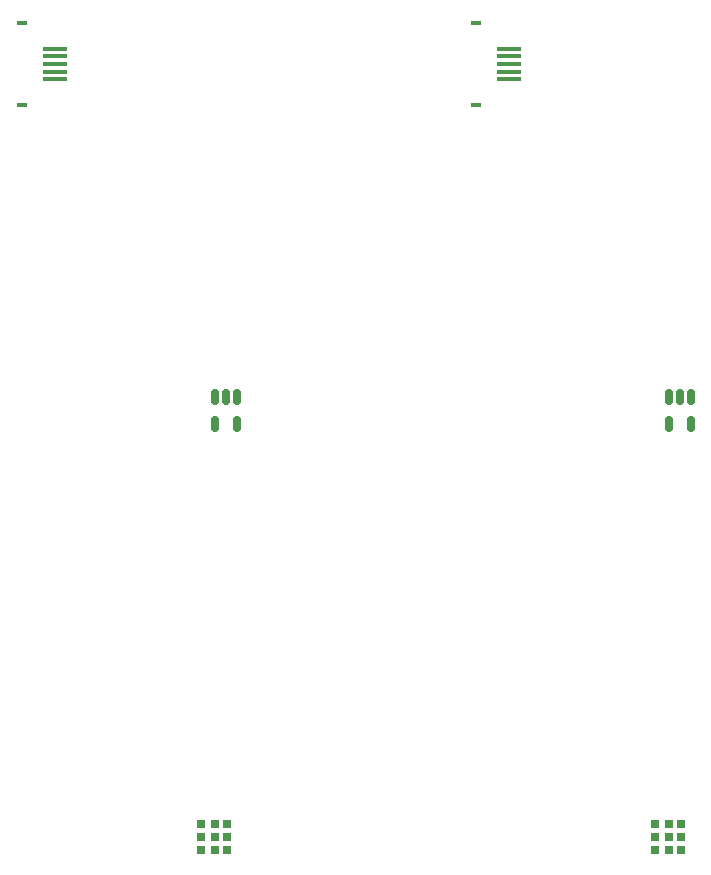
<source format=gtp>
G04 #@! TF.GenerationSoftware,KiCad,Pcbnew,7.0.1*
G04 #@! TF.CreationDate,2023-11-25T15:53:10+01:00*
G04 #@! TF.ProjectId,Spotify_controller_nutzen,53706f74-6966-4795-9f63-6f6e74726f6c,rev?*
G04 #@! TF.SameCoordinates,Original*
G04 #@! TF.FileFunction,Paste,Top*
G04 #@! TF.FilePolarity,Positive*
%FSLAX46Y46*%
G04 Gerber Fmt 4.6, Leading zero omitted, Abs format (unit mm)*
G04 Created by KiCad (PCBNEW 7.0.1) date 2023-11-25 15:53:10*
%MOMM*%
%LPD*%
G01*
G04 APERTURE LIST*
G04 Aperture macros list*
%AMRoundRect*
0 Rectangle with rounded corners*
0 $1 Rounding radius*
0 $2 $3 $4 $5 $6 $7 $8 $9 X,Y pos of 4 corners*
0 Add a 4 corners polygon primitive as box body*
4,1,4,$2,$3,$4,$5,$6,$7,$8,$9,$2,$3,0*
0 Add four circle primitives for the rounded corners*
1,1,$1+$1,$2,$3*
1,1,$1+$1,$4,$5*
1,1,$1+$1,$6,$7*
1,1,$1+$1,$8,$9*
0 Add four rect primitives between the rounded corners*
20,1,$1+$1,$2,$3,$4,$5,0*
20,1,$1+$1,$4,$5,$6,$7,0*
20,1,$1+$1,$6,$7,$8,$9,0*
20,1,$1+$1,$8,$9,$2,$3,0*%
G04 Aperture macros list end*
%ADD10RoundRect,0.150000X-0.150000X0.512500X-0.150000X-0.512500X0.150000X-0.512500X0.150000X0.512500X0*%
%ADD11R,0.850000X0.300000*%
%ADD12R,2.000000X0.400000*%
%ADD13R,0.700000X0.700000*%
G04 APERTURE END LIST*
D10*
X86625601Y-91701599D03*
X85675601Y-91701599D03*
X84725601Y-91701599D03*
X84725601Y-93976599D03*
X86625601Y-93976599D03*
D11*
X68402000Y-59972500D03*
X68402000Y-66972500D03*
D12*
X71222000Y-62172500D03*
X71222000Y-62822500D03*
X71222000Y-63472500D03*
X71222000Y-64122500D03*
X71222000Y-64772500D03*
D13*
X85770000Y-130028000D03*
X85770000Y-128928000D03*
X85770000Y-127828000D03*
X84720000Y-130028000D03*
X84720000Y-128928000D03*
X84720000Y-127828000D03*
X83570000Y-130028000D03*
X83570000Y-128928000D03*
X83570000Y-127828000D03*
X47340000Y-130028000D03*
X47340000Y-128928000D03*
X47340000Y-127828000D03*
X46290000Y-130028000D03*
X46290000Y-128928000D03*
X46290000Y-127828000D03*
X45140000Y-130028000D03*
X45140000Y-128928000D03*
X45140000Y-127828000D03*
D11*
X29972000Y-59972500D03*
X29972000Y-66972500D03*
D12*
X32792000Y-62172500D03*
X32792000Y-62822500D03*
X32792000Y-63472500D03*
X32792000Y-64122500D03*
X32792000Y-64772500D03*
D10*
X48195601Y-91701599D03*
X47245601Y-91701599D03*
X46295601Y-91701599D03*
X46295601Y-93976599D03*
X48195601Y-93976599D03*
M02*

</source>
